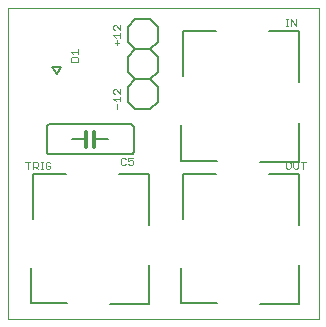
<source format=gto>
G75*
%MOIN*%
%OFA0B0*%
%FSLAX25Y25*%
%IPPOS*%
%LPD*%
%AMOC8*
5,1,8,0,0,1.08239X$1,22.5*
%
%ADD10C,0.00000*%
%ADD11C,0.00400*%
%ADD12C,0.01200*%
%ADD13C,0.00600*%
%ADD14C,0.00800*%
D10*
X0003500Y0001000D02*
X0003500Y0104711D01*
X0107201Y0104711D01*
X0107201Y0001000D01*
X0003500Y0001000D01*
D11*
X0010181Y0050944D02*
X0010181Y0053302D01*
X0009395Y0053302D02*
X0010967Y0053302D01*
X0011933Y0053302D02*
X0013112Y0053302D01*
X0013505Y0052909D01*
X0013505Y0052123D01*
X0013112Y0051730D01*
X0011933Y0051730D01*
X0011933Y0050944D02*
X0011933Y0053302D01*
X0012719Y0051730D02*
X0013505Y0050944D01*
X0014471Y0050944D02*
X0015257Y0050944D01*
X0014864Y0050944D02*
X0014864Y0053302D01*
X0014471Y0053302D02*
X0015257Y0053302D01*
X0016162Y0052909D02*
X0016162Y0051337D01*
X0016555Y0050944D01*
X0017341Y0050944D01*
X0017734Y0051337D01*
X0017734Y0052123D01*
X0016948Y0052123D01*
X0016162Y0052909D02*
X0016555Y0053302D01*
X0017341Y0053302D01*
X0017734Y0052909D01*
X0039877Y0071087D02*
X0039877Y0072659D01*
X0039484Y0073625D02*
X0038698Y0074411D01*
X0041056Y0074411D01*
X0041056Y0073625D02*
X0041056Y0075197D01*
X0041056Y0076162D02*
X0039484Y0077734D01*
X0039091Y0077734D01*
X0038698Y0077341D01*
X0038698Y0076555D01*
X0039091Y0076162D01*
X0041056Y0076162D02*
X0041056Y0077734D01*
X0026863Y0086869D02*
X0026863Y0088048D01*
X0026470Y0088441D01*
X0024898Y0088441D01*
X0024505Y0088048D01*
X0024505Y0086869D01*
X0026863Y0086869D01*
X0026863Y0089407D02*
X0026863Y0090979D01*
X0026863Y0090193D02*
X0024505Y0090193D01*
X0025291Y0089407D01*
X0038698Y0095661D02*
X0041056Y0095661D01*
X0041056Y0094875D02*
X0041056Y0096447D01*
X0041056Y0097412D02*
X0039484Y0098984D01*
X0039091Y0098984D01*
X0038698Y0098591D01*
X0038698Y0097805D01*
X0039091Y0097412D01*
X0038698Y0095661D02*
X0039484Y0094875D01*
X0039877Y0093909D02*
X0039877Y0092337D01*
X0039091Y0093123D02*
X0040663Y0093123D01*
X0041056Y0097412D02*
X0041056Y0098984D01*
X0041593Y0054808D02*
X0041200Y0054415D01*
X0041200Y0052843D01*
X0041593Y0052450D01*
X0042379Y0052450D01*
X0042772Y0052843D01*
X0043738Y0052843D02*
X0044131Y0052450D01*
X0044917Y0052450D01*
X0045310Y0052843D01*
X0045310Y0053629D01*
X0044917Y0054022D01*
X0044524Y0054022D01*
X0043738Y0053629D01*
X0043738Y0054808D01*
X0045310Y0054808D01*
X0042772Y0054415D02*
X0042379Y0054808D01*
X0041593Y0054808D01*
X0096200Y0053165D02*
X0096200Y0051593D01*
X0096593Y0051200D01*
X0097379Y0051200D01*
X0097772Y0051593D01*
X0097772Y0053165D01*
X0097379Y0053558D01*
X0096593Y0053558D01*
X0096200Y0053165D01*
X0098738Y0053558D02*
X0098738Y0051593D01*
X0099131Y0051200D01*
X0099917Y0051200D01*
X0100310Y0051593D01*
X0100310Y0053558D01*
X0101275Y0053558D02*
X0102847Y0053558D01*
X0102061Y0053558D02*
X0102061Y0051200D01*
X0099464Y0098700D02*
X0099464Y0101058D01*
X0097892Y0101058D02*
X0099464Y0098700D01*
X0097892Y0098700D02*
X0097892Y0101058D01*
X0096986Y0101058D02*
X0096200Y0101058D01*
X0096593Y0101058D02*
X0096593Y0098700D01*
X0096200Y0098700D02*
X0096986Y0098700D01*
D12*
X0032200Y0063500D02*
X0032200Y0061000D01*
X0032200Y0058500D01*
X0029700Y0058500D02*
X0029700Y0061000D01*
X0029700Y0063500D01*
D13*
X0029700Y0061000D02*
X0025000Y0061000D01*
X0032200Y0061000D02*
X0037000Y0061000D01*
X0044500Y0056000D02*
X0044560Y0056002D01*
X0044621Y0056007D01*
X0044680Y0056016D01*
X0044739Y0056029D01*
X0044798Y0056045D01*
X0044855Y0056065D01*
X0044910Y0056088D01*
X0044965Y0056115D01*
X0045017Y0056144D01*
X0045068Y0056177D01*
X0045117Y0056213D01*
X0045163Y0056251D01*
X0045207Y0056293D01*
X0045249Y0056337D01*
X0045287Y0056383D01*
X0045323Y0056432D01*
X0045356Y0056483D01*
X0045385Y0056535D01*
X0045412Y0056590D01*
X0045435Y0056645D01*
X0045455Y0056702D01*
X0045471Y0056761D01*
X0045484Y0056820D01*
X0045493Y0056879D01*
X0045498Y0056940D01*
X0045500Y0057000D01*
X0045500Y0065000D01*
X0045498Y0065060D01*
X0045493Y0065121D01*
X0045484Y0065180D01*
X0045471Y0065239D01*
X0045455Y0065298D01*
X0045435Y0065355D01*
X0045412Y0065410D01*
X0045385Y0065465D01*
X0045356Y0065517D01*
X0045323Y0065568D01*
X0045287Y0065617D01*
X0045249Y0065663D01*
X0045207Y0065707D01*
X0045163Y0065749D01*
X0045117Y0065787D01*
X0045068Y0065823D01*
X0045017Y0065856D01*
X0044965Y0065885D01*
X0044910Y0065912D01*
X0044855Y0065935D01*
X0044798Y0065955D01*
X0044739Y0065971D01*
X0044680Y0065984D01*
X0044621Y0065993D01*
X0044560Y0065998D01*
X0044500Y0066000D01*
X0017500Y0066000D01*
X0017440Y0065998D01*
X0017379Y0065993D01*
X0017320Y0065984D01*
X0017261Y0065971D01*
X0017202Y0065955D01*
X0017145Y0065935D01*
X0017090Y0065912D01*
X0017035Y0065885D01*
X0016983Y0065856D01*
X0016932Y0065823D01*
X0016883Y0065787D01*
X0016837Y0065749D01*
X0016793Y0065707D01*
X0016751Y0065663D01*
X0016713Y0065617D01*
X0016677Y0065568D01*
X0016644Y0065517D01*
X0016615Y0065465D01*
X0016588Y0065410D01*
X0016565Y0065355D01*
X0016545Y0065298D01*
X0016529Y0065239D01*
X0016516Y0065180D01*
X0016507Y0065121D01*
X0016502Y0065060D01*
X0016500Y0065000D01*
X0016500Y0057000D01*
X0016502Y0056940D01*
X0016507Y0056879D01*
X0016516Y0056820D01*
X0016529Y0056761D01*
X0016545Y0056702D01*
X0016565Y0056645D01*
X0016588Y0056590D01*
X0016615Y0056535D01*
X0016644Y0056483D01*
X0016677Y0056432D01*
X0016713Y0056383D01*
X0016751Y0056337D01*
X0016793Y0056293D01*
X0016837Y0056251D01*
X0016883Y0056213D01*
X0016932Y0056177D01*
X0016983Y0056144D01*
X0017035Y0056115D01*
X0017090Y0056088D01*
X0017145Y0056065D01*
X0017202Y0056045D01*
X0017261Y0056029D01*
X0017320Y0056016D01*
X0017379Y0056007D01*
X0017440Y0056002D01*
X0017500Y0056000D01*
X0044500Y0056000D01*
X0046000Y0071000D02*
X0043500Y0073500D01*
X0043500Y0078500D01*
X0046000Y0081000D01*
X0043500Y0083500D01*
X0043500Y0088500D01*
X0046000Y0091000D01*
X0043500Y0093500D01*
X0043500Y0098500D01*
X0046000Y0101000D01*
X0051000Y0101000D01*
X0053500Y0098500D01*
X0053500Y0093500D01*
X0051000Y0091000D01*
X0053500Y0088500D01*
X0053500Y0083500D01*
X0051000Y0081000D01*
X0053500Y0078500D01*
X0053500Y0073500D01*
X0051000Y0071000D01*
X0046000Y0071000D01*
X0046000Y0081000D02*
X0051000Y0081000D01*
X0051000Y0091000D02*
X0046000Y0091000D01*
X0021325Y0085144D02*
X0019750Y0082781D01*
X0018175Y0085144D01*
X0021325Y0085144D01*
D14*
X0023000Y0049500D02*
X0012000Y0049500D01*
X0012000Y0034500D01*
X0011315Y0018126D02*
X0011315Y0006315D01*
X0023126Y0006315D01*
X0037500Y0006000D02*
X0050500Y0006000D01*
X0050500Y0019000D01*
X0061315Y0018126D02*
X0061315Y0006315D01*
X0073126Y0006315D01*
X0087500Y0006000D02*
X0100500Y0006000D01*
X0100500Y0019000D01*
X0100500Y0032500D02*
X0100500Y0049500D01*
X0090500Y0049500D01*
X0087500Y0053500D02*
X0100500Y0053500D01*
X0100500Y0066500D01*
X0100500Y0080000D02*
X0100500Y0097000D01*
X0090500Y0097000D01*
X0073000Y0097000D02*
X0062000Y0097000D01*
X0062000Y0082000D01*
X0061315Y0065626D02*
X0061315Y0053815D01*
X0073126Y0053815D01*
X0073000Y0049500D02*
X0062000Y0049500D01*
X0062000Y0034500D01*
X0050500Y0032500D02*
X0050500Y0049500D01*
X0040500Y0049500D01*
M02*

</source>
